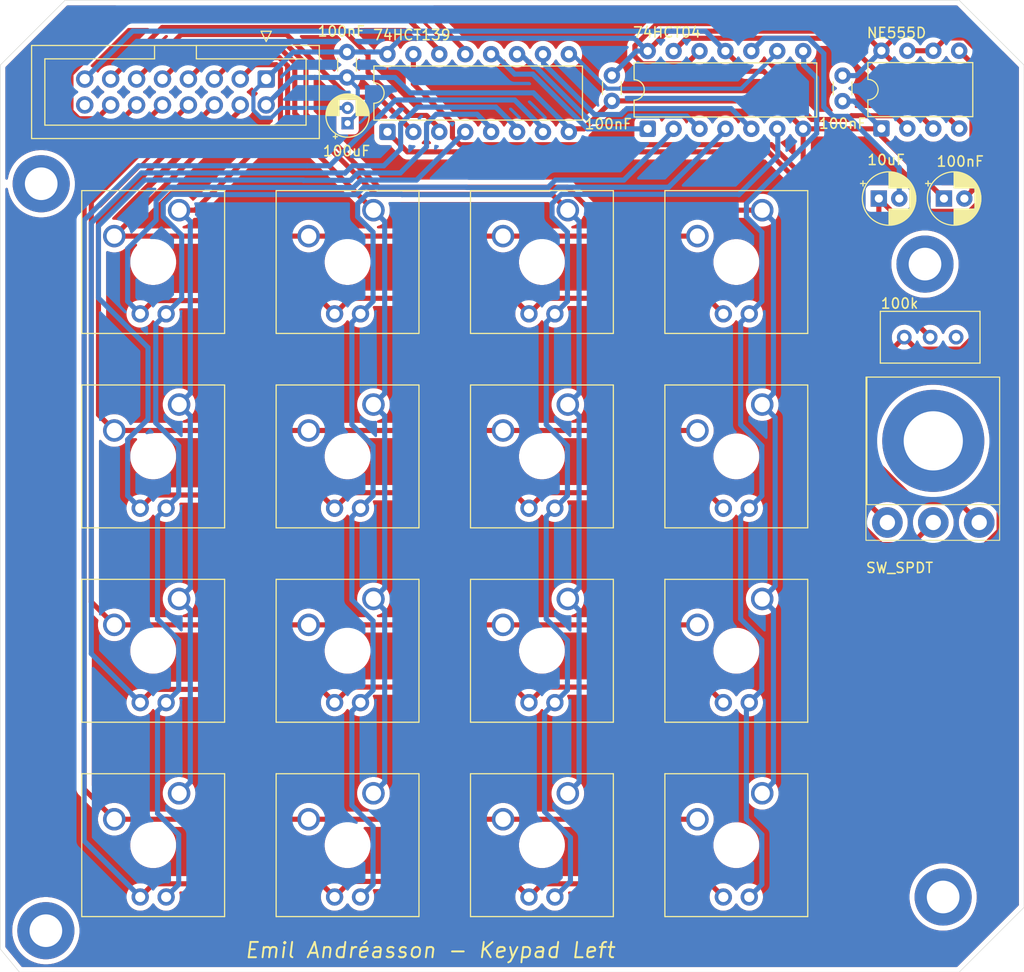
<source format=kicad_pcb>
(kicad_pcb (version 20241229) (generator "pcbnew") (generator_version "9.0")
  (layers (0 "F.Cu" signal) (2 "B.Cu" signal) (13 "F.Paste" user) (15 "B.Paste" user) (5 "F.SilkS" user "F.Silkscreen") (7 "B.SilkS" user "B.Silkscreen") (1 "F.Mask" user) (3 "B.Mask" user) (25 "Edge.Cuts" user))
  (net 0 "")
  (net 1 "/x1")
  (net 2 "/y2")
  (net 3 "/y3")
  (net 4 "/y4")
  (net 5 "/x2")
  (net 6 "/x3")
  (net 7 "/x4")
  (net 8 "GND")
  (net 9 "+5V")
  (net 10 "/b3")
  (net 11 "/y1")
  (net 12 "/b1")
  (net 13 "/b4")
  (net 14 "/b2")
  (net 15 "Net-(U1B-O3)")
  (net 16 "Net-(U1A-E)")
  (net 17 "Net-(U1B-O0)")
  (net 18 "Net-(U1B-O2)")
  (net 19 "Net-(U1B-O1)")
  (net 20 "/x1_led")
  (net 21 "/x2_led")
  (net 22 "/x3_led")
  (net 23 "/x4_led")
  (net 24 "/y1_led")
  (net 25 "/y2_led")
  (net 26 "/y3_led")
  (net 27 "/y4_led")
  (net 28 "Net-(C1-Pad2)")
  (net 29 "Net-(J2-Pin_15)")
  (net 31 "Net-(U3-DIS)")
  (net 32 "Net-(U3-CV)")
  (net 33 "Net-(U3-Q)")
  (net 35 "Net-(SW17-B)")
  (footprint "MountingHole:MountingHole_3.2mm_M3_DIN965_Pad" (layer "F.Cu") (at 200.3552 133.604)
    (property "Reference" "H2" (hide yes))
    (property "Value" "MountingHole" (hide yes))
  )
  (footprint "Connector_IDC:IDC-Header_2x08_P2.54mm_Vertical" (layer "F.Cu") (at 134.0104 53.4416 -90)
    (property "Reference" "J2" (hide yes))
    (property "Value" "Conn_01x16_Pin" (hide yes))
  )
  (footprint "Capacitor_THT:C_Disc_D3.0mm_W1.6mm_P2.50mm" (layer "F.Cu") (at 141.9352 50.7892 -90)
    (property "Reference" "C4" (hide yes))
    (property "Value" "100nF")
  )
  (footprint "MountingHole:MountingHole_3.2mm_M3_DIN965_Pad" (layer "F.Cu") (at 112.4204 136.906)
    (property "Reference" "H4" (hide yes))
    (property "Value" "MountingHole" (hide yes))
  )
  (footprint "CherryMX_LED:CherryMX_1.00u_LED" (layer "F.Cu") (at 180.086 90.424)
    (property "Reference" "SW8" (hide yes))
    (property "Value" "CherryMX_LED" (hide yes))
  )
  (footprint "Package_DIP:DIP-14_W7.62mm" (layer "F.Cu") (at 171.3992 58.3184 90)
    (property "Reference" "U2" (hide yes))
    (property "Value" "74HCT04")
  )
  (footprint "CherryMX_LED:CherryMX_1.00u_LED" (layer "F.Cu") (at 161.036 71.374)
    (property "Reference" "SW3" (hide yes))
    (property "Value" "CherryMX_LED" (hide yes))
  )
  (footprint "Capacitor_THT:C_Disc_D3.0mm_W1.6mm_P2.50mm" (layer "F.Cu") (at 167.894 53.086 -90)
    (property "Reference" "C5" (hide yes))
    (property "Value" "100nF")
  )
  (footprint "CherryMX_LED:CherryMX_1.00u_LED" (layer "F.Cu") (at 161.036 128.524)
    (property "Reference" "SW15" (hide yes))
    (property "Value" "CherryMX_LED" (hide yes))
  )
  (footprint "CherryMX_LED:CherryMX_1.00u_LED" (layer "F.Cu") (at 141.986 128.524)
    (property "Reference" "SW14" (hide yes))
    (property "Value" "CherryMX_LED" (hide yes))
  )
  (footprint "CherryMX_LED:CherryMX_1.00u_LED" (layer "F.Cu") (at 122.936 128.524)
    (property "Reference" "SW13" (hide yes))
    (property "Value" "CherryMX_LED" (hide yes))
  )
  (footprint "CherryMX_LED:CherryMX_1.00u_LED" (layer "F.Cu") (at 141.986 71.374)
    (property "Reference" "SW2" (hide yes))
    (property "Value" "CherryMX_LED" (hide yes))
  )
  (footprint "CherryMX_LED:CherryMX_1.00u_LED" (layer "F.Cu") (at 141.986 90.424)
    (property "Reference" "SW6" (hide yes))
    (property "Value" "CherryMX_LED" (hide yes))
  )
  (footprint "Package_DIP:DIP-8_W7.62mm" (layer "F.Cu") (at 194.31 58.288 90)
    (property "Reference" "U3" (hide yes))
    (property "Value" "NE555D")
  )
  (footprint "CherryMX_LED:CherryMX_1.00u_LED" (layer "F.Cu") (at 141.986 109.474)
    (property "Reference" "SW10" (hide yes))
    (property "Value" "CherryMX_LED" (hide yes))
  )
  (footprint "CherryMX_LED:CherryMX_1.00u_LED" (layer "F.Cu") (at 180.086 109.474)
    (property "Reference" "SW12" (hide yes))
    (property "Value" "CherryMX_LED" (hide yes))
  )
  (footprint "Package_DIP:DIP-16_W7.62mm" (layer "F.Cu") (at 145.8976 58.6232 90)
    (property "Reference" "U1" (hide yes))
    (property "Value" "74HCT139")
  )
  (footprint "8-bit computer:hole for bistable switch" (layer "F.Cu") (at 199.39 77.9)
    (property "Reference" "SW17" (hide yes))
    (property "Value" "SW_SPDT")
  )
  (footprint "MountingHole:MountingHole_3.2mm_M3_DIN965_Pad" (layer "F.Cu") (at 111.9632 63.7032)
    (property "Reference" "H1" (hide yes))
    (property "Value" "MountingHole" (hide yes))
  )
  (footprint "Capacitor_THT:C_Disc_D3.0mm_W1.6mm_P2.50mm" (layer "F.Cu") (at 190.5 55.606 90)
    (property "Reference" "C6" (hide yes))
    (property "Value" "100nF")
  )
  (footprint "MountingHole:MountingHole_3.2mm_M3_DIN965_Pad" (layer "F.Cu") (at 198.5772 71.5772)
    (property "Reference" "H3" (hide yes))
    (property "Value" "MountingHole" (hide yes))
  )
  (footprint "CherryMX_LED:CherryMX_1.00u_LED" (layer "F.Cu") (at 122.936 109.474)
    (property "Reference" "SW9" (hide yes))
    (property "Value" "CherryMX_LED" (hide yes))
  )
  (footprint "CherryMX_LED:CherryMX_1.00u_LED" (layer "F.Cu") (at 180.086 128.524)
    (property "Reference" "SW16" (hide yes))
    (property "Value" "CherryMX_LED" (hide yes))
  )
  (footprint "CherryMX_LED:CherryMX_1.00u_LED" (layer "F.Cu") (at 180.086 71.374)
    (property "Reference" "SW4" (hide yes))
    (property "Value" "CherryMX_LED" (hide yes))
  )
  (footprint "CherryMX_LED:CherryMX_1.00u_LED" (layer "F.Cu") (at 161.036 90.424)
    (property "Reference" "SW7" (hide yes))
    (property "Value" "CherryMX_LED" (hide yes))
  )
  (footprint "Capacitor_THT:CP_Radial_D5.0mm_P2.00mm" (layer "F.Cu") (at 200.434888 65.151)
    (property "Reference" "C2" (hide yes))
    (property "Value" "100nF")
  )
  (footprint "CherryMX_LED:CherryMX_1.00u_LED" (layer "F.Cu") (at 122.936 90.424)
    (property "Reference" "SW5" (hide yes))
    (property "Value" "CherryMX_LED" (hide yes))
  )
  (footprint "Potentiometer_THT:Potentiometer_Bourns_3296W_Vertical" (layer "F.Cu") (at 201.6252 78.74)
    (property "Reference" "RV1" (hide yes))
    (property "Value" "100k")
  )
  (footprint "Capacitor_THT:CP_Radial_D4.0mm_P1.50mm" (layer "F.Cu") (at 141.986 57.771 90)
    (property "Reference" "C7" (hide yes))
    (property "Value" "100uF")
  )
  (footprint "CherryMX_LED:CherryMX_1.00u_LED" (layer "F.Cu") (at 122.936 71.374)
    (property "Reference" "SW1" (hide yes))
    (property "Value" "CherryMX_LED" (hide yes))
  )
  (footprint "CherryMX_LED:CherryMX_1.00u_LED" (layer "F.Cu") (at 161.036 109.474)
    (property "Reference" "SW11" (hide yes))
    (property "Value" "CherryMX_LED" (hide yes))
  )
  (footprint "Capacitor_THT:CP_Radial_D5.0mm_P2.00mm" (layer "F.Cu") (at 194.056 65.151)
    (property "Reference" "C1" (hide yes))
    (property "Value" "10uF")
  )
  (gr_line (start 114.3 45.72) (end 201.93 45.72) (stroke (width 0.05)) (layer "Edge.Cuts"))
  (gr_line (start 201.93 140.97) (end 114.3 140.97) (stroke (width 0.05)) (layer "Edge.Cuts"))
  (gr_line (start 208.28 134.62) (end 201.93 140.97) (stroke (width 0.05)) (layer "Edge.Cuts"))
  (gr_line (start 107.95 52.07) (end 114.3 45.72) (stroke (width 0.05)) (layer "Edge.Cuts"))
  (gr_line (start 208.28 52.07) (end 208.28 134.62) (stroke (width 0.05)) (layer "Edge.Cuts"))
  (gr_line (start 107.95 138.697966) (end 109.83002 140.97) (stroke (width 0.05)) (layer "Edge.Cuts"))
  (gr_line (start 201.93 45.72) (end 208.28 52.07) (stroke (width 0.05)) (layer "Edge.Cuts"))
  (gr_line (start 114.3 140.97) (end 109.83002 140.97) (stroke (width 0.05)) (layer "Edge.Cuts"))
  (gr_line (start 107.95 134.62) (end 107.95 52.07) (stroke (width 0.05)) (layer "Edge.Cuts"))
  (gr_line (start 107.95 134.62) (end 107.95 138.697966) (stroke (width 0.05)) (layer "Edge.Cuts"))
  (gr_text "Emil Andréasson - Keypad Left" (at 131.826 139.7 0) (layer "F.SilkS") (effects (font (size 1.5 1.5) (thickness 0.1875) (italic yes)) (justify left bottom)))
  (segment (start 135.413 57.912634) (end 135.413 52.442708) (width 0.5) (layer "F.Cu") (net 1))
  (segment (start 135.009292 52.039) (end 132.873 52.039) (width 0.5) (layer "F.Cu") (net 1))
  (segment (start 127.031634 66.294) (end 135.413 57.912634) (width 0.5) (layer "F.Cu") (net 1))
  (segment (start 132.873 52.039) (end 131.572 53.34) (width 0.5) (layer "F.Cu") (net 1))
  (segment (start 135.413 52.442708) (end 135.009292 52.039) (width 0.5) (layer "F.Cu") (net 1))
  (segment (start 125.476 66.294) (end 127.031634 66.294) (width 0.5) (layer "F.Cu") (net 1))
  (segment (start 125.476 104.394) (end 126.575999 105.493999) (width 0.5) (layer "B.Cu") (net 1))
  (segment (start 126.575999 86.443999) (end 126.575999 103.294001) (width 0.5) (layer "B.Cu") (net 1))
  (segment (start 126.575999 84.244001) (end 125.476 85.344) (width 0.5) (layer "B.Cu") (net 1))
  (segment (start 126.575999 105.493999) (end 126.575999 122.344001) (width 0.5) (layer "B.Cu") (net 1))
  (segment (start 126.575999 67.393999) (end 126.575999 84.244001) (width 0.5) (layer "B.Cu") (net 1))
  (segment (start 125.476 66.294) (end 126.575999 67.393999) (width 0.5) (layer "B.Cu") (net 1))
  (segment (start 126.575999 103.294001) (end 125.476 104.394) (width 0.5) (layer "B.Cu") (net 1))
  (segment (start 125.476 85.344) (end 126.575999 86.443999) (width 0.5) (layer "B.Cu") (net 1))
  (segment (start 126.575999 122.344001) (end 125.476 123.444) (width 0.5) (layer "B.Cu") (net 1))
  (segment (start 119.126 87.884) (end 138.176 87.884) (width 0.5) (layer "F.Cu") (net 2))
  (segment (start 117.575 67.337) (end 117.575 86.333) (width 0.5) (layer "F.Cu") (net 2))
  (segment (start 129.032 55.88) (end 117.575 67.337) (width 0.5) (layer "F.Cu") (net 2))
  (segment (start 138.176 87.884) (end 157.226 87.884) (width 0.5) (layer "F.Cu") (net 2))
  (segment (start 117.575 86.333) (end 119.126 87.884) (width 0.5) (layer "F.Cu") (net 2))
  (segment (start 157.226 87.884) (end 176.276 87.884) (width 0.5) (layer "F.Cu") (net 2))
  (segment (start 116.874 104.682) (end 116.874 65.497999) (width 0.5) (layer "F.Cu") (net 3))
  (segment (start 157.226 106.934) (end 176.276 106.934) (width 0.5) (layer "F.Cu") (net 3))
  (segment (start 119.126 106.934) (end 116.874 104.682) (width 0.5) (layer "F.Cu") (net 3))
  (segment (start 116.874 65.497999) (end 126.491999 55.88) (width 0.5) (layer "F.Cu") (net 3))
  (segment (start 138.176 106.934) (end 157.226 106.934) (width 0.5) (layer "F.Cu") (net 3))
  (segment (start 119.126 106.934) (end 138.176 106.934) (width 0.5) (layer "F.Cu") (net 3))
  (segment (start 119.126 125.984) (end 138.176 125.984) (width 0.5) (layer "F.Cu") (net 4))
  (segment (start 116.173 123.031) (end 116.173 63.659) (width 0.5) (layer "F.Cu") (net 4))
  (segment (start 116.173 63.659) (end 123.952 55.88) (width 0.5) (layer "F.Cu") (net 4))
  (segment (start 119.126 125.984) (end 116.173 123.031) (width 0.5) (layer "F.Cu") (net 4))
  (segment (start 138.176 125.984) (end 157.226 125.984) (width 0.5) (layer "F.Cu") (net 4))
  (segment (start 157.226 125.984) (end 176.276 125.984) (width 0.5) (layer "F.Cu") (net 4))
  (segment (start 136.114 57.882) (end 136.114 52.152344) (width 0.5) (layer "F.Cu") (net 5))
  (segment (start 135.299656 51.338) (end 131.034 51.338) (width 0.5) (layer "F.Cu") (net 5))
  (segment (start 136.114 52.152344) (end 135.299656 51.338) (width 0.5) (layer "F.Cu") (net 5))
  (segment (start 136.114 57.882) (end 144.526 66.294) (width 0.5) (layer "F.Cu") (net 5))
  (segment (start 131.034 51.338) (end 129.032 53.34) (width 0.5) (layer "F.Cu") (net 5))
  (segment (start 144.526 104.394) (end 145.625999 103.294001) (width 0.5) (layer "B.Cu") (net 5))
  (segment (start 145.625999 103.294001) (end 145.625999 86.443999) (width 0.5) (layer "B.Cu") (net 5))
  (segment (start 145.625999 105.493999) (end 145.625999 122.344001) (width 0.5) (layer "B.Cu") (net 5))
  (segment (start 145.625999 86.443999) (end 144.526 85.344) (width 0.5) (layer "B.Cu") (net 5))
  (segment (start 144.526 104.394) (end 145.625999 105.493999) (width 0.5) (layer "B.Cu") (net 5))
  (segment (start 145.625999 84.244001) (end 144.526 85.344) (width 0.5) (layer "B.Cu") (net 5))
  (segment (start 145.625999 67.393999) (end 145.625999 84.244001) (width 0.5) (layer "B.Cu") (net 5))
  (segment (start 145.625999 122.344001) (end 144.526 123.444) (width 0.5) (layer "B.Cu") (net 5))
  (segment (start 144.526 66.294) (end 145.625999 67.393999) (width 0.5) (layer "B.Cu") (net 5))
  (segment (start 144.753 64.743) (end 162.025 64.743) (width 0.5) (layer "F.Cu") (net 6))
  (segment (start 136.815 51.86198) (end 136.815 56.805) (width 0.5) (layer "F.Cu") (net 6))
  (segment (start 162.025 64.743) (end 163.576 66.294) (width 0.5) (layer "F.Cu") (net 6))
  (segment (start 135.59002 50.637) (end 136.815 51.86198) (width 0.5) (layer "F.Cu") (net 6))
  (segment (start 129.195 50.637) (end 135.59002 50.637) (width 0.5) (layer "F.Cu") (net 6))
  (segment (start 126.492 53.34) (end 129.195 50.637) (width 0.5) (layer "F.Cu") (net 6))
  (segment (start 136.815 56.805) (end 144.753 64.743) (width 0.5) (layer "F.Cu") (net 6))
  (segment (start 164.675999 103.294001) (end 164.675999 86.443999) (width 0.5) (layer "B.Cu") (net 6))
  (segment (start 164.675999 84.244001) (end 164.675999 67.393999) (width 0.5) (layer "B.Cu") (net 6))
  (segment (start 164.675999 122.344001) (end 164.675999 105.493999) (width 0.5) (layer "B.Cu") (net 6))
  (segment (start 164.675999 86.443999) (end 163.576 85.344) (width 0.5) (layer "B.Cu") (net 6))
  (segment (start 164.675999 67.393999) (end 163.576 66.294) (width 0.5) (layer "B.Cu") (net 6))
  (segment (start 163.576 104.394) (end 164.675999 103.294001) (width 0.5) (layer "B.Cu") (net 6))
  (segment (start 163.576 85.344) (end 164.675999 84.244001) (width 0.5) (layer "B.Cu") (net 6))
  (segment (start 164.675999 105.493999) (end 163.576 104.394) (width 0.5) (layer "B.Cu") (net 6))
  (segment (start 163.576 123.444) (end 164.675999 122.344001) (width 0.5) (layer "B.Cu") (net 6))
  (segment (start 135.728384 49.784) (end 137.909682 51.965298) (width 0.5) (layer "F.Cu") (net 7))
  (segment (start 165.769446 66.294) (end 182.626 66.294) (width 0.5) (layer "F.Cu") (net 7))
  (segment (start 145.043364 64.042) (end 163.517446 64.042) (width 0.5) (layer "F.Cu") (net 7))
  (segment (start 127.508 49.784) (end 135.728384 49.784) (width 0.5) (layer "F.Cu") (net 7))
  (segment (start 163.517446 64.042) (end 165.769446 66.294) (width 0.5) (layer "F.Cu") (net 7))
  (segment (start 137.909682 56.908318) (end 145.043364 64.042) (width 0.5) (layer "F.Cu") (net 7))
  (segment (start 137.909682 51.965298) (end 137.909682 56.908318) (width 0.5) (layer "F.Cu") (net 7))
  (segment (start 123.952 53.34) (end 127.508 49.784) (width 0.5) (layer "F.Cu") (net 7))
  (segment (start 183.896 103.124) (end 182.626 104.394) (width 0.5) (layer "B.Cu") (net 7))
  (segment (start 182.626 104.394) (end 183.725999 105.493999) (width 0.5) (layer "B.Cu") (net 7))
  (segment (start 183.725999 105.493999) (end 183.725999 122.344001) (width 0.5) (layer "B.Cu") (net 7))
  (segment (start 182.626 85.344) (end 183.896 86.614) (width 0.5) (layer "B.Cu") (net 7))
  (segment (start 183.725999 122.344001) (end 182.626 123.444) (width 0.5) (layer "B.Cu") (net 7))
  (segment (start 182.626 66.294) (end 183.725999 67.393999) (width 0.5) (layer "B.Cu") (net 7))
  (segment (start 183.725999 67.393999) (end 183.725999 84.244001) (width 0.5) (layer "B.Cu") (net 7))
  (segment (start 183.896 86.614) (end 183.896 103.124) (width 0.5) (layer "B.Cu") (net 7))
  (segment (start 183.725999 84.244001) (end 182.626 85.344) (width 0.5) (layer "B.Cu") (net 7))
  (segment (start 191.77 67.131436) (end 186.6392 62.000636) (width 0.5) (layer "F.Cu") (net 8))
  (segment (start 186.6646 58.293) (end 186.6392 58.3184) (width 0.5) (layer "F.Cu") (net 8))
  (segment (start 183.9068 55.586) (end 167.894 55.586) (width 0.5) (layer "F.Cu") (net 8))
  (segment (start 186.6392 58.3184) (end 194.2796 58.3184) (width 0.5) (layer "F.Cu") (net 8))
  (segment (start 194.89 96.9) (end 191.77 93.78) (width 0.5) (layer "F.Cu") (net 8))
  (segment (start 186.6392 62.000636) (end 186.6392 58.3184) (width 0.5) (layer "F.Cu") (net 8))
  (segment (start 186.6392 58.3184) (end 183.9068 55.586) (width 0.5) (layer "F.Cu") (net 8))
  (segment (start 165.1616 58.3184) (end 167.894 55.586) (width 0.5) (layer "F.Cu") (net 8))
  (segment (start 194.31 58.288) (end 194.31 59.026112) (width 0.5) (layer "F.Cu") (net 8))
  (segment (start 194.31 59.026112) (end 200.434888 65.151) (width 0.5) (layer "F.Cu") (net 8))
  (segment (start 163.7284 58.3184) (end 165.1616 58.3184) (width 0.5) (layer "F.Cu") (net 8))
  (segment (start 194.2796 58.3184) (end 194.31 58.288) (width 0.5) (layer "F.Cu") (net 8))
  (segment (start 191.77 93.78) (end 191.77 67.131436) (width 0.5) (layer "F.Cu") (net 8))
  (segment (start 142.987 54.341) (end 141.9352 53.2892) (width 0.4) (layer "B.Cu") (net 8))
  (segment (start 142.987 56.77) (end 142.987 54.341) (width 0.4) (layer "B.Cu") (net 8))
  (segment (start 191.628 55.606) (end 194.31 58.288) (width 0.5) (layer "B.Cu") (net 8))
  (segment (start 148.1328 54.793) (end 160.203 54.793) (width 0.5) (layer "B.Cu") (net 8))
  (segment (start 141.986 57.771) (end 142.987 56.77) (width 0.4) (layer "B.Cu") (net 8))
  (segment (start 141.9352 53.2892) (end 136.7028 53.2892) (width 0.5) (layer "B.Cu") (net 8))
  (segment (start 190.5 55.606) (end 191.628 55.606) (width 0.5) (layer "B.Cu") (net 8))
  (segment (start 136.7028 53.2892) (end 134.0104 55.9816) (width 0.5) (layer "B.Cu") (net 8))
  (segment (start 146.629 53.2892) (end 148.1328 54.793) (width 0.5) (layer "B.Cu") (net 8))
  (segment (start 141.9352 53.2892) (end 146.629 53.2892) (width 0.5) (layer "B.Cu") (net 8))
  (segment (start 141.9044 53.4416) (end 142.24 53.106) (width 0.5) (layer "B.Cu") (net 8))
  (segment (start 160.203 54.793) (end 163.83 58.42) (width 0.5) (layer "B.Cu") (net 8))
  (segment (start 194.31 50.668) (end 196.262 48.716) (width 0.5) (layer "F.Cu") (net 9))
  (segment (start 194.31 50.668) (end 201.93 58.288) (width 0.5) (layer "F.Cu") (net 9))
  (segment (start 197.730121 94.949) (end 193.04 90.258879) (width 0.5) (layer "F.Cu") (net 9))
  (segment (start 193.04 90.258879) (end 193.04 82.2452) (width 0.5) (layer "F.Cu") (net 9))
  (segment (start 196.262 48.716) (end 202.738547 48.716) (width 0.5) (layer "F.Cu") (net 9))
  (segment (start 193.04 82.2452) (end 196.5452 78.74) (width 0.5) (layer "F.Cu") (net 9))
  (segment (start 204.583 77.438245) (end 202.110245 79.911) (width 0.5) (layer "F.Cu") (net 9))
  (segment (start 201.939 94.949) (end 197.730121 94.949) (width 0.5) (layer "F.Cu") (net 9))
  (segment (start 204.583 50.560453) (end 204.583 77.438245) (width 0.5) (layer "F.Cu") (net 9))
  (segment (start 173.3512 48.7464) (end 192.3884 48.7464) (width 0.5) (layer "F.Cu") (net 9))
  (segment (start 192.3884 48.7464) (end 194.31 50.668) (width 0.5) (layer "F.Cu") (net 9))
  (segment (start 202.738547 48.716) (end 204.583 50.560453) (width 0.5) (layer "F.Cu") (net 9))
  (segment (start 171.3992 50.6984) (end 173.3512 48.7464) (width 0.5) (layer "F.Cu") (net 9))
  (segment (start 197.7162 79.911) (end 196.5452 78.74) (width 0.5) (layer "F.Cu") (net 9))
  (segment (start 203.89 96.9) (end 201.939 94.949) (width 0.5) (layer "F.Cu") (net 9))
  (segment (start 202.110245 79.911) (end 197.7162 79.911) (width 0.5) (layer "F.Cu") (net 9))
  (segment (start 133.492218 57.2326) (end 132.7594 56.499782) (width 0.4) (layer "B.Cu") (net 9))
  (segment (start 171.3992 50.7492) (end 170.0974 49.4474) (width 0.5) (layer "B.Cu") (net 9))
  (segment (start 171.3992 50.6984) (end 170.2816 50.6984) (width 0.5) (layer "B.Cu") (net 9))
  (segment (start 147.1994 49.4474) (end 145.9484 50.6984) (width 0.5) (layer "B.Cu") (net 9))
  (segment (start 190.5 53.106) (end 191.872 53.106) (width 0.5) (layer "B.Cu") (net 9))
  (segment (start 170.0974 49.4474) (end 147.1994 49.4474) (width 0.5) (layer "B.Cu") (net 9))
  (segment (start 171.3992 50.6984) (end 171.3992 50.7492) (width 0.5) (layer "B.Cu") (net 9))
  (segment (start 141.986 56.271) (end 135.490182 56.271) (width 0.4) (layer "B.Cu") (net 9))
  (segment (start 135.490182 56.271) (end 134.528582 57.2326) (width 0.4) (layer "B.Cu") (net 9))
  (segment (start 136.6628 50.7892) (end 134.0104 53.4416) (width 0.5) (layer "B.Cu") (net 9))
  (segment (start 191.872 53.106) (end 194.31 50.668) (width 0.5) (layer "B.Cu") (net 9))
  (segment (start 132.7594 54.6926) (end 134.0104 53.4416) (width 0.4) (layer "B.Cu") (net 9))
  (segment (start 145.6836 50.7892) (end 145.8976 51.0032) (width 0.5) (layer "B.Cu") (net 9))
  (segment (start 141.9352 50.7892) (end 136.6628 50.7892) (width 0.5) (layer "B.Cu") (net 9))
  (segment (start 132.7594 56.499782) (end 132.7594 54.6926) (width 0.4) (layer "B.Cu") (net 9))
  (segment (start 134.528582 57.2326) (end 133.492218 57.2326) (width 0.4) (layer "B.Cu") (net 9))
  (segment (start 170.2816 50.6984) (end 167.894 53.086) (width 0.5) (layer "B.Cu") (net 9))
  (segment (start 141.9352 50.7892) (end 145.6836 50.7892) (width 0.5) (layer "B.Cu") (net 9))
  (segment (start 142.096818 55.22) (end 145.0344 55.22) (width 0.5) (layer "F.Cu") (net 10))
  (segment (start 138.974948 52.09813) (end 142.096818 55.22) (width 0.5) (layer "F.Cu") (net 10))
  (segment (start 121.412 53.34) (end 125.669 49.083) (width 0.5) (layer "F.Cu") (net 10))
  (segment (start 145.0344 55.22) (end 148.4376 58.6232) (width 0.5) (layer "F.Cu") (net 10))
  (segment (start 136.018748 49.083) (end 125.669 49.083) (width 0.5) (layer "F.Cu") (net 10))
  (segment (start 138.974948 52.0392) (end 138.974948 52.09813) (width 0.5) (layer "F.Cu") (net 10))
  (segment (start 136.018748 49.083) (end 138.974948 52.0392) (width 0.5) (layer "F.Cu") (net 10))
  (segment (start 119.126 68.834) (end 138.176 68.834) (width 0.5) (layer "F.Cu") (net 11))
  (segment (start 176.276 68.834) (end 157.226 68.834) (width 0.5) (layer "F.Cu") (net 11))
  (segment (start 119.126 68.834) (end 131.571999 56.388001) (width 0.5) (layer "F.Cu") (net 11))
  (segment (start 131.571999 56.388001) (end 131.571999 55.88) (width 0.5) (layer "F.Cu") (net 11))
  (segment (start 138.176 68.834) (end 157.226 68.834) (width 0.5) (layer "F.Cu") (net 11))
  (segment (start 151.13 50.8) (end 148.011 47.681) (width 0.5) (layer "F.Cu") (net 12))
  (segment (start 120.151108 47.681) (end 114.8786 52.953508) (width 0.5) (layer "F.Cu") (net 12))
  (segment (start 117.4186 57.3334) (end 118.7196 56.0324) (width 0.5) (layer "F.Cu") (net 12))
  (segment (start 115.640707 57.3334) (end 117.4186 57.3334) (width 0.5) (layer "F.Cu") (net 12))
  (segment (start 114.878599 56.571292) (end 115.640707 57.3334) (width 0.5) (layer "F.Cu") (net 12))
  (segment (start 148.011 47.681) (end 120.151108 47.681) (width 0.5) (layer "F.Cu") (net 12))
  (segment (start 114.8786 52.953508) (end 114.878599 56.571292) (width 0.5) (layer "F.Cu") (net 12))
  (segment (start 145.9484 54.787036) (end 148.171282 57.009918) (width 0.5) (layer "F.Cu") (net 13))
  (segment (start 149.719918 57.009918) (end 151.13 58.42) (width 0.5) (layer "F.Cu") (net 13))
  (segment (start 143.9964 51.081218) (end 143.9964 52.8104) (width 0.5) (layer "F.Cu") (net 13))
  (segment (start 141.297182 48.382) (end 143.9964 51.081218) (width 0.5) (layer "F.Cu") (net 13))
  (segment (start 145.9484 54.7624) (end 145.9484 54.787036) (width 0.5) (layer "F.Cu") (net 13))
  (segment (start 148.171282 57.009918) (end 149.719918 57.009918) (width 0.5) (layer "F.Cu") (net 13))
  (segment (start 118.872 53.34) (end 123.83 48.382) (width 0.5) (layer "F.Cu") (net 13))
  (segment (start 143.9964 52.8104) (end 145.9484 54.7624) (width 0.5) (layer "F.Cu") (net 13))
  (segment (start 123.83 48.382) (end 141.297182 48.382) (width 0.5) (layer "F.Cu") (net 13))
  (segment (start 115.350343 58.0344) (end 114.177599 56.861656) (width 0.5) (layer "F.Cu") (net 14))
  (segment (start 119.860744 46.98) (end 149.850001 46.98) (width 0.5) (layer "F.Cu") (net 14))
  (segment (start 121.411999 55.88) (end 119.257599 58.0344) (width 0.5) (layer "F.Cu") (net 14))
  (segment (start 114.177599 56.861656) (end 114.1776 52.663144) (width 0.5) (layer "F.Cu") (net 14))
  (segment (start 114.1776 52.663144) (end 119.860744 46.98) (width 0.5) (layer "F.Cu") (net 14))
  (segment (start 119.257599 58.0344) (end 115.350343 58.0344) (width 0.5) (layer "F.Cu") (net 14))
  (segment (start 149.850001 46.98) (end 153.670001 50.8) (width 0.5) (layer "F.Cu") (net 14))
  (segment (start 167.415 54.385) (end 180.565001 54.385) (width 0.4) (layer "B.Cu") (net 15))
  (segment (start 163.7284 50.6984) (end 167.415 54.385) (width 0.4) (layer "B.Cu") (net 15))
  (segment (start 180.565001 54.385) (end 184.150001 50.8) (width 0.4) (layer "B.Cu") (net 15))
  (segment (start 205.284 69.85) (end 205.841 70.407) (width 0.5) (layer "F.Cu") (net 16))
  (segment (start 205.284 50.270089) (end 205.284 69.85) (width 0.5) (layer "F.Cu") (net 16))
  (segment (start 203.019911 48.006) (end 205.284 50.270089) (width 0.5) (layer "F.Cu") (net 16))
  (segment (start 203.788131 99.761) (end 194.000505 99.761) (width 0.5) (layer "F.Cu") (net 16))
  (segment (start 170.881018 51.9494) (end 170.1482 51.216582) (width 0.5) (layer "F.Cu") (net 16))
  (segment (start 175.2282 51.9494) (end 170.881018 51.9494) (width 0.5) (layer "F.Cu") (net 16))
  (segment (start 183.231036 60.5752) (end 147.8496 60.5752) (width 0.5) (layer "F.Cu") (net 16))
  (segment (start 172.322418 48.006) (end 203.019911 48.006) (width 0.5) (layer "F.Cu") (net 16))
  (segment (start 147.8496 60.5752) (end 145.8976 58.6232) (width 0.5) (layer "F.Cu") (net 16))
  (segment (start 176.4792 50.6984) (end 175.2282 51.9494) (width 0.5) (layer "F.Cu") (net 16))
  (segment (start 194.000505 99.761) (end 190.368 96.128495) (width 0.5) (layer "F.Cu") (net 16))
  (segment (start 205.841 97.708131) (end 203.788131 99.761) (width 0.5) (layer "F.Cu") (net 16))
  (segment (start 190.368 96.128495) (end 190.368 67.712164) (width 0.5) (layer "F.Cu") (net 16))
  (segment (start 205.841 70.407) (end 205.841 97.708131) (width 0.5) (layer "F.Cu") (net 16))
  (segment (start 170.1482 50.180218) (end 172.322418 48.006) (width 0.5) (layer "F.Cu") (net 16))
  (segment (start 170.1482 51.216582) (end 170.1482 50.180218) (width 0.5) (layer "F.Cu") (net 16))
  (segment (start 190.368 67.712164) (end 183.231036 60.5752) (width 0.5) (layer "F.Cu") (net 16))
  (segment (start 160.141064 52.961882) (end 165.497582 58.3184) (width 0.5) (layer "B.Cu") (net 17))
  (segment (start 156.21 50.8) (end 158.371882 52.961882) (width 0.5) (layer "B.Cu") (net 17))
  (segment (start 165.497582 58.3184) (end 171.3992 58.3184) (width 0.5) (layer "B.Cu") (net 17))
  (segment (start 158.371882 52.961882) (end 160.141064 52.961882) (width 0.5) (layer "B.Cu") (net 17))
  (segment (start 161.1884 50.6984) (end 161.1884 51.9176) (width 0.5) (layer "B.Cu") (net 18))
  (segment (start 169.361436 56.3372) (end 179.578 56.3372) (width 0.5) (layer "B.Cu") (net 18))
  (segment (start 179.578 56.3372) (end 181.5592 58.3184) (width 0.5) (layer "B.Cu") (net 18))
  (segment (start 166.1872 56.9164) (end 168.782236 56.9164) (width 0.5) (layer "B.Cu") (net 18))
  (segment (start 161.1884 51.9176) (end 166.1872 56.9164) (width 0.5) (layer "B.Cu") (net 18))
  (segment (start 168.782236 56.9164) (end 169.361436 56.3372) (width 0.5) (layer "B.Cu") (net 18))
  (segment (start 169.6226 57.0674) (end 175.2282 57.0674) (width 0.5) (layer "B.Cu") (net 19))
  (segment (start 169.0726 57.6174) (end 169.6226 57.0674) (width 0.5) (layer "B.Cu") (net 19))
  (segment (start 158.750001 50.8) (end 160.210883 52.260882) (width 0.5) (layer "B.Cu") (net 19))
  (segment (start 160.431428 52.260882) (end 165.787946 57.6174) (width 0.5) (layer "B.Cu") (net 19))
  (segment (start 160.210883 52.260882) (end 160.431428 52.260882) (width 0.5) (layer "B.Cu") (net 19))
  (segment (start 175.2282 57.0674) (end 176.4792 58.3184) (width 0.5) (layer "B.Cu") (net 19))
  (segment (start 165.787946 57.6174) (end 169.0726 57.6174) (width 0.5) (layer "B.Cu") (net 19))
  (segment (start 123.360701 106.361753) (end 125.437 108.438052) (width 0.5) (layer "B.Cu") (net 20))
  (segment (start 125.437 89.388052) (end 125.437 94.273) (width 0.5) (layer "B.Cu") (net 20))
  (segment (start 161.624826 64.069) (end 162.352826 63.341) (width 0.5) (layer "B.Cu") (net 20))
  (segment (start 125.73 74.93) (end 125.73 68.741446) (width 0.5) (layer "B.Cu") (net 20))
  (segment (start 123.360701 96.349299) (end 123.360701 106.361753) (width 0.5) (layer "B.Cu") (net 20))
  (segment (start 124.206 114.554) (end 123.360701 115.399299) (width 0.5) (layer "B.Cu") (net 20))
  (segment (start 123.925 65.651554) (end 124.833554 64.743) (width 0.5) (layer "B.Cu") (net 20))
  (segment (start 125.437 113.323) (end 124.206 114.554) (width 0.5) (layer "B.Cu") (net 20))
  (segment (start 123.360701 125.411753) (end 125.437 127.488052) (width 0.5) (layer "B.Cu") (net 20))
  (segment (start 125.437 94.273) (end 124.206 95.504) (width 0.5) (layer "B.Cu") (net 20))
  (segment (start 125.437 132.373) (end 124.206 133.604) (width 0.5) (layer "B.Cu") (net 20))
  (segment (start 123.925 66.936446) (end 123.925 65.651554) (width 0.5) (layer "B.Cu") (net 20))
  (segment (start 153.643 64.042) (end 153.67 64.069) (width 0.5) (layer "B.Cu") (net 20))
  (segment (start 124.206 76.454) (end 125.73 74.93) (width 0.5) (layer "B.Cu") (net 20))
  (segment (start 123.360701 115.399299) (end 123.360701 125.411753) (width 0.5) (layer "B.Cu") (net 20))
  (segment (start 123.19 77.47) (end 123.19 87.141052) (width 0.5) (layer "B.Cu") (net 20))
  (segment (start 142.86519 64.77) (end 143.59319 64.042) (width 0.5) (layer "B.Cu") (net 20))
  (segment (start 143.59319 64.042) (end 153.643 64.042) (width 0.5) (layer "B.Cu") (net 20))
  (segment (start 125.73 68.741446) (end 123.925 66.936446) (width 0.5) (layer "B.Cu") (net 20))
  (segment (start 162.352826 63.341) (end 169.069 63.341) (width 0.5) (layer "B.Cu") (net 20))
  (segment (start 124.206 76.454) (end 123.19 77.47) (width 0.5) (layer "B.Cu") (net 20))
  (segment (start 125.437 127.488052) (end 125.437 132.373) (width 0.5) (layer "B.Cu") (net 20))
  (segment (start 126.973 64.743) (end 127 64.77) (width 0.5) (layer "B.Cu") (net 20))
  (segment (start 125.437 108.438052) (end 125.437 113.323) (width 0.5) (layer "B.Cu") (net 20))
  (segment (start 127 64.77) (end 142.86519 64.77) (width 0.5) (layer "B.Cu") (net 20))
  (segment (start 123.19 87.141052) (end 125.437 89.388052) (width 0.5) (layer "B.Cu") (net 20))
  (segment (start 153.67 64.069) (end 161.624826 64.069) (width 0.5) (layer "B.Cu") (net 20))
  (segment (start 169.069 63.341) (end 173.99 58.42) (width 0.5) (layer "B.Cu") (net 20))
  (segment (start 124.206 95.504) (end 123.360701 96.349299) (width 0.5) (layer "B.Cu") (net 20))
  (segment (start 124.833554 64.743) (end 126.973 64.743) (width 0.5) (layer "B.Cu") (net 20))
  (segment (start 142.410701 115.399299) (end 142.410701 124.630701) (width 0.5) (layer "B.Cu") (net 21))
  (segment (start 144.487 113.323) (end 143.256 114.554) (width 0.5) (layer "B.Cu") (net 21))
  (segment (start 143.256 95.504) (end 142.410701 96.349299) (width 0.5) (layer "B.Cu") (net 21))
  (segment (start 147.293 64.743) (end 147.32 64.77) (width 0.5) (layer "B.Cu") (net 21))
  (segment (start 142.410701 104.472147) (end 144.487 106.548446) (width 0.5) (layer "B.Cu") (net 21))
  (segment (start 143.883554 64.743) (end 147.293 64.743) (width 0.5) (layer "B.Cu") (net 21))
  (segment (start 142.975 65.651554) (end 143.883554 64.743) (width 0.5) (layer "B.Cu") (net 21))
  (segment (start 162.64319 64.042) (end 173.448 64.042) (width 0.5) (layer "B.Cu") (net 21))
  (segment (start 144.487 106.548446) (end 144.487 113.323) (width 0.5) (layer "B.Cu") (net 21))
  (segment (start 161.91519 64.77) (end 162.64319 64.042) (width 0.5) (layer "B.Cu") (net 21))
  (segment (start 144.487 68.448446) (end 142.975 66.936446) (width 0.5) (layer "B.Cu") (net 21))
  (segment (start 142.410701 87.311753) (end 144.487 89.388052) (width 0.5) (layer "B.Cu") (net 21))
  (segment (start 142.410701 77.299299) (end 142.410701 87.311753) (width 0.5) (layer "B.Cu") (net 21))
  (segment (start 144.487 132.373) (end 143.256 133.604) (width 0.5) (layer "B.Cu") (net 21))
  (segment (start 142.410701 96.349299) (end 142.410701 104.472147) (width 0.5) (layer "B.Cu") (net 21))
  (segment (start 143.256 114.554) (end 142.410701 115.399299) (width 0.5) (layer "B.Cu") (net 21))
  (segment (start 144.487 89.388052) (end 144.487 94.273) (width 0.5) (layer "B.Cu") (net 21))
  (segment (start 144.487 126.707) (end 144.487 132.373) (width 0.5) (layer "B.Cu") (net 21))
  (segment (start 147.32 64.77) (end 161.91519 64.77) (width 0.5) (layer "B.Cu") (net 21))
  (segment (start 142.975 66.936446) (end 142.975 65.651554) (width 0.5) (layer "B.Cu") (net 21))
  (segment (start 173.448 64.042) (end 179.07 58.42) (width 0.5) (layer "B.Cu") (net 21))
  (segment (start 142.410701 124.630701) (end 144.487 126.707) (width 0.5) (layer "B.Cu") (net 21))
  (segment (start 143.256 76.454) (end 142.410701 77.299299) (width 0.5) (layer "B.Cu") (net 21))
  (segment (start 144.487 94.273) (end 143.256 95.504) (width 0.5) (layer "B.Cu") (net 21))
  (segment (start 144.487 75.223) (end 144.487 68.448446) (width 0.5) (layer "B.Cu") (net 21))
  (segment (start 143.256 76.454) (end 144.487 75.223) (width 0.5) (layer "B.Cu") (net 21))
  (segment (start 163.537 94.273) (end 162.306 95.504) (width 0.5) (layer "B.Cu") (net 22))
  (segment (start 163.83 132.08) (end 162.306 133.604) (width 0.5) (layer "B.Cu") (net 22))
  (segment (start 162.933554 64.743) (end 180.313 64.743) (width 0.5) (layer "B.Cu") (net 22))
  (segment (start 161.460701 106.361753) (end 163.537 108.438052) (width 0.5) (layer "B.Cu") (net 22))
  (segment (start 161.460701 77.299299) (end 161.460701 87.311753) (width 0.5) (layer "B.Cu") (net 22))
  (segment (start 163.537 68.448446) (end 162.025 66.936446) (width 0.5) (layer "B.Cu") (net 22))
  (segment (start 163.537 89.388052) (end 163.537 94.273) (width 0.5) (layer "B.Cu") (net 22))
  (segment (start 184.15 60.96) (end 184.15 58.42) (width 0.5) (layer "B.Cu") (net 22))
  (segment (start 162.025 66.936446) (end 162.025 65.651554) (width 0.5) (layer "B.Cu") (net 22))
  (segment (start 162.306 76.454) (end 161.460701 77.299299) (width 0.5) (layer "B.Cu") (net 22))
  (segment (start 162.306 114.554) (end 161.29 115.57) (width 0.5) (layer "B.Cu") (net 22))
  (segment (start 163.537 113.323) (end 162.306 114.554) (width 0.5) (layer "B.Cu") (net 22))
  (segment (start 162.306 95.504) (end 161.460701 96.349299) (width 0.5) (layer "B.Cu") (net 22))
  (segment (start 161.29 115.57) (end 161.29 125.241052) (width 0.5) (layer "B.Cu") (net 22))
  (segment (start 163.537 75.223) (end 163.537 68.448446) (width 0.5) (layer "B.Cu") (net 22))
  (segment (start 161.460701 96.349299) (end 161.460701 106.361753) (width 0.5) (layer "B.Cu") (net 22))
  (segment (start 162.306 76.454) (end 163.537 75.223) (width 0.5) (layer "B.Cu") (net 22))
  (segment (start 163.83 127.781052) (end 163.83 132.08) (width 0.5) (layer "B.Cu") (net 22))
  (segment (start 161.29 125.241052) (end 163.83 127.781052) (width 0.5) (layer "B.Cu") (net 22))
  (segment (start 180.34 64.77) (end 184.15 60.96) (width 0.5) (layer "B.Cu") (net 22))
  (segment (start 180.313 64.743) (end 180.34 64.77) (width 0.5) (layer "B.Cu") (net 22))
  (segment (start 162.025 65.651554) (end 162.933554 64.743) (width 0.5) (layer "B.Cu") (net 22))
  (segment (start 161.460701 87.311753) (end 163.537 89.388052) (width 0.5) (layer "B.Cu") (net 22))
  (segment (start 163.537 108.438052) (end 163.537 113.323) (width 0.5) (layer "B.Cu") (net 22))
  (segment (start 182.587 113.323) (end 182.587 108.438052) (width 0.5) (layer "B.Cu") (net 23))
  (segment (start 180.510701 77.299299) (end 182.587 75.223) (width 0.5) (layer "B.Cu") (net 23))
  (segment (start 180.510701 87.311753) (end 180.510701 77.299299) (width 0.5) (layer "B.Cu") (net 23))
  (segment (start 182.587 127.488052) (end 181.075 125.976052) (width 0.5) (layer "B.Cu") (net 23))
  (segment (start 181.075 65.651554) (end 187.96 58.766554) (width 0.5) (layer "B.Cu") (net 23))
  (segment (start 181.075 114.835) (end 182.587 113.323) (width 0.5) (layer "B.Cu") (net 23))
  (segment (start 182.587 94.273) (end 182.587 89.388052) (width 0.5) (layer "B.Cu") (net 23))
  (segment (start 182.587 108.438052) (end 180.510701 106.361753) (width 0.5) (layer "B.Cu") (net 23))
  (segment (start 181.075 125.976052) (end 181.075 114.835) (width 0.5) (layer "B.Cu") (net 23))
  (segment (start 182.587 68.448446) (end 181.075 66.936446) (width 0.5) (layer "B.Cu") (net 23))
  (segment (start 182.587 89.388052) (end 180.510701 87.311753) (width 0.5) (layer "B.Cu") (net 23))
  (segment (start 180.510701 96.349299) (end 182.587 94.273) (width 0.5) (layer "B.Cu") (net 23))
  (segment (start 180.510701 106.361753) (end 180.510701 96.349299) (width 0.5) (layer "B.Cu") (net 23))
  (segment (start 187.96 58.766554) (end 187.96 57.7088) (width 0.5) (layer "B.Cu") (net 23))
  (segment (start 187.96 53.34) (end 186.69 52.07) (width 0.5) (layer "B.Cu") (net 23))
  (segment (start 182.587 75.223) (end 182.587 68.448446) (width 0.5) (layer "B.Cu") (net 23))
  (segment (start 186.69 52.07) (end 186.69 50.8) (width 0.5) (layer "B.Cu") (net 23))
  (segment (start 181.075 66.936446) (end 181.075 65.651554) (width 0.5) (layer "B.Cu") (net 23))
  (segment (start 181.356 133.604) (end 182.587 132.373) (width 0.5) (layer "B.Cu") (net 23))
  (segment (start 182.587 132.373) (end 182.587 127.488052) (width 0.5) (layer "B.Cu") (net 23))
  (segment (start 187.96 57.7088) (end 187.96 53.34) (width 0.5) (layer "B.Cu") (net 23))
  (segment (start 122.9623 75.1577) (end 139.4197 75.1577) (width 0.5) (layer "F.Cu") (net 24))
  (segment (start 139.4197 75.1577) (end 140.716 76.454) (width 0.5) (layer "F.Cu") (net 24))
  (segment (start 142.24 74.93) (end 158.242 74.93) (width 0.5) (layer "F.Cu") (net 24))
  (segment (start 161.29 74.93) (end 177.292 74.93) (width 0.5) (layer "F.Cu") (net 24))
  (segment (start 121.666 76.454) (end 122.9623 75.1577) (width 0.5) (layer "F.Cu") (net 24))
  (segment (start 140.716 76.454) (end 142.24 74.93) (width 0.5) (layer "F.Cu") (net 24))
  (segment (start 158.242 74.93) (end 159.766 76.454) (width 0.5) (layer "F.Cu") (net 24))
  (segment (start 159.766 76.454) (end 161.29 74.93) (width 0.5) (layer "F.Cu") (net 24))
  (segment (start 177.292 74.93) (end 178.816 76.454) (width 0.5) (layer "F.Cu") (net 24))
  (segment (start 120.435 70.065) (end 123.224 67.276) (width 0.5) (layer "B.Cu") (net 24))
  (segment (start 148.749 63.341) (end 153.67 58.42) (width 0.5) (layer "B.Cu") (net 24))
  (segment (start 143.302826 63.341) (end 148.749 63.341) (width 0.5) (layer "B.Cu") (net 24))
  (segment (start 123.224 65.36119) (end 124.54319 64.042) (width 0.5) (layer "B.Cu") (net 24))
  (segment (start 124.54319 64.042) (end 129.513 64.042) (width 0.5) (layer "B.Cu") (net 24))
  (segment (start 120.435 75.223) (end 120.435 70.065) (width 0.5) (layer "B.Cu") (net 24))
  (segment (start 142.574826 64.069) (end 143.302826 63.341) (width 0.5) (layer "B.Cu") (net 24))
  (segment (start 121.666 76.454) (end 120.435 75.223) (width 0.5) (layer "B.Cu") (net 24))
  (segment (start 129.513 64.042) (end 129.54 64.069) (width 0.5) (layer "B.Cu") (net 24))
  (segment (start 129.54 64.069) (end 142.574826 64.069) (width 0.5) (layer "B.Cu") (net 24))
  (segment (start 123.224 67.276) (end 123.224 65.36119) (width 0.5) (layer "B.Cu") (net 24))
  (segment (start 161.29 93.98) (end 177.292 93.98) (width 0.5) (layer "F.Cu") (net 25))
  (segment (start 122.9623 94.2077) (end 139.4197 94.2077) (width 0.5) (layer "F.Cu") (net 25))
  (segment (start 140.716 95.504) (end 142.24 93.98) (width 0.5) (layer "F.Cu") (net 25))
  (segment (start 121.666 95.504) (end 122.9623 94.2077) (width 0.5) (layer "F.Cu") (net 25))
  (segment (start 159.766 95.504) (end 161.29 93.98) (width 0.5) (layer "F.Cu") (net 25))
  (segment (start 158.242 93.98) (end 159.766 95.504) (width 0.5) (layer "F.Cu") (net 25))
  (segment (start 177.292 93.98) (end 178.816 95.504) (width 0.5) (layer "F.Cu") (net 25))
  (segment (start 139.4197 94.2077) (end 140.716 95.504) (width 0.5) (layer "F.Cu") (net 25))
  (segment (start 142.24 93.98) (end 158.242 93.98) (width 0.5) (layer "F.Cu") (net 25))
  (segment (start 117.575 74.903) (end 117.575 67.845) (width 0.5) (layer "B.Cu") (net 25))
  (segment (start 117.575 67.845) (end 122.079 63.341) (width 0.5) (layer "B.Cu") (net 25))
  (segment (start 137.641 63.341) (end 137.668 63.368) (width 0.5) (layer "B.Cu") (net 25))
  (segment (start 122.428 86.775446) (end 122.428 79.756) (width 0.5) (layer "B.Cu") (net 25))
  (segment (start 121.666 95.504) (end 120.435 94.273) (width 0.5) (layer "B.Cu") (net 25))
  (segment (start 149.7266 57.851018) (end 150.681618 56.896) (width 0.5) (layer "B.Cu") (net 25))
  (segment (start 150.681618 56.896) (end 154.686 56.896) (width 0.5) (layer "B.Cu") (net 25))
  (segment (start 154.686 56.896) (end 156.21 58.42) (width 0.5) (layer "B.Cu") (net 25))
  (segment (start 142.284462 63.368) (end 143.012462 62.64) (width 0.5) (layer "B.Cu") (net 25))
  (segment (start 147.164 62.64) (end 149.7266 60.0774) (width 0.5) (layer "B.Cu") (net 25))
  (segment (start 122.079 63.341) (end 137.641 63.341) (width 0.5) (layer "B.Cu") (net 25))
  (segment (start 143.012462 62.64) (end 147.164 62.64) (width 0.5) (layer "B.Cu") (net 25))
  (segment (start 120.435 88.768446) (end 122.428 86.775446) (width 0.5) (layer "B.Cu") (net 25))
  (segment (start 120.435 94.273) (end 120.435 88.768446) (width 0.5) (layer "B.Cu") (net 25))
  (segment (start 149.7266 60.0774) (end 149.7266 57.851018) (width 0.5) (layer "B.Cu") (net 25))
  (segment (start 137.668 63.368) (end 142.284462 63.368) (width 0.5) (layer "B.Cu") (net 25))
  (segment (start 122.428 79.756) (end 117.575 74.903) (width 0.5) (layer "B.Cu") (net 25))
  (segment (start 142.24 113.03) (end 158.242 113.03) (width 0.5) (layer "F.Cu") (net 26))
  (segment (start 161.29 113.03) (end 177.292 113.03) (width 0.5) (layer "F.Cu") (net 26))
  (segment (start 177.292 113.03) (end 178.816 114.554) (width 0.5) (layer "F.Cu") (net 26))
  (segment (start 139.4197 113.2577) (end 140.716 114.554) (width 0.5) (layer "F.Cu") (net 26))
  (segment (start 121.666 114.554) (end 122.9623 113.2577) (width 0.5) (layer "F.Cu") (net 26))
  (segment (start 140.716 114.554) (end 142.24 113.03) (width 0.5) (layer "F.Cu") (net 26))
  (segment (start 159.766 114.554) (end 161.29 113.03) (width 0.5) (layer "F.Cu") (net 26))
  (segment (start 122.9623 113.2577) (end 139.4197 113.2577) (width 0.5) (layer "F.Cu") (net 26))
  (segment (start 158.242 113.03) (end 159.766 114.554) (width 0.5) (layer "F.Cu") (net 26))
  (segment (start 145.542 61.939) (end 147.1866 60.2944) (width 0.5) (layer "B.Cu") (net 26))
  (segment (start 147.1866 60.2944) (end 147.1866 57.851018) (width 0.5) (layer "B.Cu") (net 26))
  (segment (start 121.788636 62.64) (end 141.705 62.64) (width 0.5) (layer "B.Cu") (net 26))
  (segment (start 147.1866 57.851018) (end 148.842618 56.195) (width 0.5) (layer "B.Cu") (net 26))
  (segment (start 141.732 62.667) (end 142.46 61.939) (width 0.5) (layer "B.Cu") (net 26))
  (segment (start 116.874 67.554636) (end 121.788636 62.64) (width 0.5) (layer "B.Cu") (net 26))
  (segment (start 148.842618 56.195) (end 156.525 56.195) (width 0.5) (layer "B.Cu") (net 26))
  (segment (start 121.666 114.554) (end 116.874 109.762) (width 0.5) (layer "B.Cu") (net 26))
  (segment (start 116.874 109.762) (end 116.874 67.554636) (width 0.5) (layer "B.Cu") (net 26))
  (segment (start 156.525 56.195) (end 158.75 58.42) (width 0.5) (layer "B.Cu") (net 26))
  (segment (start 142.46 61.939) (end 145.542 61.939) (width 0.5) (layer "B.Cu") (net 26))
  (segment (start 141.705 62.64) (end 141.732 62.667) (width 0.5) (layer "B.Cu") (net 26))
  (segment (start 159.766 133.604) (end 161.0623 132.3077) (width 0.5) (layer "F.Cu") (net 27))
  (segment (start 161.0623 132.3077) (end 177.5197 132.3077) (width 0.5) (layer "F.Cu") (net 27))
  (segment (start 140.716 133.604) (end 142.24 132.08) (width 0.5) (layer "F.Cu") (net 27))
  (segment (start 142.24 132.08) (end 158.242 132.08) (width 0.5) (layer "F.Cu") (net 27))
  (segment (start 177.5197 132.3077) (end 178.816 133.604) (width 0.5) (layer "F.Cu") (net 27))
  (segment (start 121.666 133.604) (end 122.9623 132.3077) (width 0.5) (layer "F.Cu") (net 27))
  (segment (start 158.242 132.08) (end 159.766 133.604) (width 0.5) (layer "F.Cu") (net 27))
  (segment (start 122.9623 132.3077) (end 139.4197 132.3077) (width 0.5) (layer "F.Cu") (net 27))
  (segment (start 139.4197 132.3077) (end 140.716 133.604) (width 0.5) (layer "F.Cu") (net 27))
  (segment (start 146.674508 55.494) (end 158.364 55.494) (width 0.5) (layer "B.Cu") (net 27))
  (segment (start 140.229508 61.939) (end 138.0236 61.939) (width 0.5) (layer "B.Cu") (net 27))
  (segment (start 121.666 133.604) (end 116.173 128.111) (width 0.5) (layer "B.Cu") (net 27))
  (segment (start 116.173 128.111) (end 116.173 67.264272) (width 0.5) (layer "B.Cu") (net 27))
  (segment (start 116.173 67.264272) (end 121.498272 61.939) (width 0.5) (layer "B.Cu") (net 27))
  (segment (start 146.674508 55.494) (end 140.229508 61.939) (width 0.5) (layer "B.Cu") (net 27))
  (segment (start 121.498272 61.939) (end 138.0236 61.939) (width 0.5) (layer "B.Cu") (net 27))
  (segment (start 158.364 55.494) (end 161.29 58.42) (width 0.5) (layer "B.Cu") (net 27))
  (segment (start 192.9892 59.0804) (end 191.008 57.0992) (width 0.5) (layer "B.Cu") (net 28))
  (segment (start 196.056 62.132292) (end 193.004108 59.0804) (width 0.5) (layer "B.Cu") (net 28))
  (segment (start 193.004108 59.0804) (end 192.9892 59.0804) (width 0.5) (layer "B.Cu") (net 28))
  (segment (start 182.8102 49.4474) (end 187.157382 49.4474) (width 0.5) (layer "B.Cu") (net 28))
  (segment (start 187.157382 49.4474) (end 188.661 50.951018) (width 0.5) (layer "B.Cu") (net 28))
  (segment (start 189.5754 57.0992) (end 188.661 56.1848) (width 0.5) (layer "B.Cu") (net 28))
  (segment (start 196.056 65.151) (end 196.056 62.132292) (width 0.5) (layer "B.Cu") (net 28))
  (segment (start 191.008 57.0992) (end 189.5754 57.0992) (width 0.5) (layer "B.Cu") (net 28))
  (segment (start 188.661 50.951018) (end 188.661 56.1848) (width 0.5) (layer "B.Cu") (net 28))
  (segment (start 181.5592 50.6984) (end 182.8102 49.4474) (width 0.5) (layer "B.Cu") (net 28))
  (segment (start 181.0004 52.6796) (end 182.769582 52.6796) (width 0.5) (layer "F.Cu") (net 29))
  (segment (start 191.008 57.404) (end 191.375 57.037) (width 0.5) (layer "F.Cu") (net 29))
  (segment (start 195.599 57.037) (end 196.85 58.288) (width 0.5) (layer "F.Cu") (net 29))
  (segment (start 182.769582 52.6796) (end 187.493982 57.404) (width 0.5) (layer "F.Cu") (net 29))
  (segment (start 187.493982 57.404) (end 191.008 57.404) (width 0.5) (layer "F.Cu") (net 29))
  (segment (start 191.375 57.037) (end 195.599 57.037) (width 0.5) (layer "F.Cu") (net 29))
  (segment (start 181.0004 52.6796) (end 179.0192 50.6984) (width 0.5) (layer "F.Cu") (net 29))
  (segment (start 179.0192 50.6984) (end 177.0672 48.7464) (width 0.5) (layer "B.Cu") (net 29))
  (segment (start 177.0672 48.7464) (end 120.9256 48.7464) (width 0.5) (layer "B.Cu") (net 29))
  (segment (start 120.9256 48.7464) (end 116.2304 53.4416) (width 0.5) (layer "B.Cu") (net 29))
  (segment (start 196.850001 50.668) (end 199.39 50.668) (width 0.5) (layer "F.Cu") (net 31))
  (segment (start 200.641 49.417) (end 202.448183 49.417) (width 0.5) (layer "F.Cu") (net 31))
  (segment (start 194.056 65.151) (end 194.056 73.7108) (width 0.5) (layer "F.Cu") (net 31))
  (segment (start 203.882 50.850817) (end 203.882 65.47307) (width 0.5) (layer "F.Cu") (net 31))
  (segment (start 199.39 50.668) (end 200.641 49.417) (width 0.5) (layer "F.Cu") (net 31))
  (segment (start 194.056 73.7108) (end 199.0852 78.74) (width 0.5) (layer "F.Cu") (net 31))
  (segment (start 202.448183 49.417) (end 203.882 50.850817) (width 0.5) (layer "F.Cu") (net 31))
  (segment (start 195.307 66.402) (end 194.056 65.151) (width 0.5) (layer "F.Cu") (net 31))
  (segment (start 203.882 65.47307) (end 202.95307 66.402) (width 0.5) (layer "F.Cu") (net 31))
  (segment (start 202.95307 66.402) (end 195.307 66.402) (width 0.5) (layer "F.Cu") (net 31))
  (segment (start 203.181 51.918999) (end 203.181 64.404888) (width 0.5) (layer "F.Cu") (net 32))
  (segment (start 201.930001 50.668) (end 203.181 51.918999) (width 0.5) (layer "F.Cu") (net 32))
  (segment (start 203.181 64.404888) (end 202.434888 65.151) (width 0.5) (layer "F.Cu") (net 32))
  (segment (start 175.1902 49.4474) (end 190.5494 49.4474) (width 0.5) (layer "F.Cu") (net 33))
  (segment (start 173.9392 50.6984) (end 175.1902 49.4474) (width 0.5) (layer "F.Cu") (net 33))
  (segment (start 190.5494 49.4474) (end 199.39 58.288) (width 0.5) (layer "F.Cu") (net 33))
  (segment (start 183.5214 59.8742) (end 191.069 67.4218) (width 0.5) (layer "F.Cu") (net 35))
  (segment (start 152.999418 59.8742) (end 183.5214 59.8742) (width 0.5) (layer "F.Cu") (net 35))
  (segment (start 152.2666 57.749418) (end 148.4376 53.920418) (width 0.5) (layer "F.Cu") (net 35))
  (segment (start 191.069 95.838131) (end 194.290869 99.06) (width 0.5) (layer "F.Cu") (net 35))
  (segment (start 191.069 67.4218) (end 191.069 95.838131) (width 0.5) (layer "F.Cu") (net 35))
  (segment (start 152.2666 59.141382) (end 152.999418 59.8742) (width 0.5) (layer "F.Cu") (net 35))
  (segment (start 148.4376 53.920418) (end 148.4376 51.0032) (width 0.5) (layer "F.Cu") (net 35))
  (segment (start 197.23 99.06) (end 199.39 96.9) (width 0.5) (layer "F.Cu") (net 35))
  (segment (start 194.290869 99.06) (end 197.23 99.06) (width 0.5) (layer "F.Cu") (net 35))
  (segment (start 152.2666 57.749418) (end 152.2666 59.141382) (width 0.5) (layer "F.Cu") (net 35))
  (zone (net 0) (net_name "") (layer "F.Cu") (connect_pads (clearance 0.5)) (min_thickness 0.25) (fill yes (thermal_gap 0.5) (thermal_bridge_width 0.5) (island_removal_mode 1) (island_area_min 10))
    (polygon (pts (xy 114.3 45.72) (xy 201.93 45.72) (xy 208.28 52.07) (xy 208.28 134.62) (xy 201.93 140.97) (xy 109.728 140.97) (xy 107.95 138.684) (xy 107.95 52.07)))
  )
  (zone (net 0) (net_name "") (layer "B.Cu") (priority 1) (connect_pads (clearance 0.5)) (min_thickness 0.25) (fill yes (thermal_gap 0.5) (thermal_bridge_width 0.5) (island_removal_mode 1) (island_area_min 10))
    (polygon (pts (xy 114.3 45.72) (xy 201.93 45.72) (xy 208.28 52.07) (xy 208.28 134.62) (xy 201.93 140.97) (xy 109.728 140.97) (xy 107.95 138.684) (xy 107.95 52.07)))
  )
)
</source>
